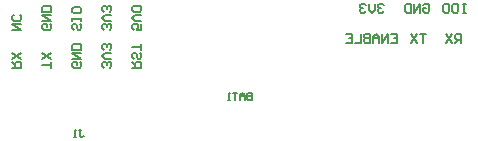
<source format=gbr>
%TF.GenerationSoftware,Altium Limited,Altium Designer,20.1.8 (145)*%
G04 Layer_Color=65535*
%FSLAX45Y45*%
%MOMM*%
%TF.SameCoordinates,4FE69ECD-ABF1-445D-A2E8-605A74DE355E*%
%TF.FilePolarity,Positive*%
%TF.FileFunction,Legend,Bot*%
%TF.Part,Single*%
G01*
G75*
%TA.AperFunction,NonConductor*%
%ADD38C,0.15240*%
%ADD39C,0.12700*%
D38*
X4047947Y952131D02*
X3997163D01*
X4022555D01*
Y875956D01*
X3971772Y952131D02*
X3920988Y875956D01*
Y952131D02*
X3971772Y875956D01*
X3690226Y1193335D02*
X3677530Y1206031D01*
X3652138D01*
X3639443Y1193335D01*
Y1180639D01*
X3652138Y1167944D01*
X3664834D01*
X3652138D01*
X3639443Y1155248D01*
Y1142552D01*
X3652138Y1129856D01*
X3677530D01*
X3690226Y1142552D01*
X3614051Y1206031D02*
Y1155248D01*
X3588659Y1129856D01*
X3563267Y1155248D01*
Y1206031D01*
X3537875Y1193335D02*
X3525179Y1206031D01*
X3499788D01*
X3487092Y1193335D01*
Y1180639D01*
X3499788Y1167944D01*
X3512483D01*
X3499788D01*
X3487092Y1155248D01*
Y1142552D01*
X3499788Y1129856D01*
X3525179D01*
X3537875Y1142552D01*
X4383878Y1206031D02*
X4358486D01*
X4371182D01*
Y1129856D01*
X4383878D01*
X4358486D01*
X4282311Y1206031D02*
X4307703D01*
X4320399Y1193335D01*
Y1142552D01*
X4307703Y1129856D01*
X4282311D01*
X4269615Y1142552D01*
Y1193335D01*
X4282311Y1206031D01*
X4244223Y1193335D02*
X4231527Y1206031D01*
X4206135D01*
X4193440Y1193335D01*
Y1142552D01*
X4206135Y1129856D01*
X4231527D01*
X4244223Y1142552D01*
Y1193335D01*
X3749514Y952131D02*
X3800298D01*
Y875956D01*
X3749514D01*
X3800298Y914043D02*
X3774906D01*
X3724122Y875956D02*
Y952131D01*
X3673339Y875956D01*
Y952131D01*
X3647947Y875956D02*
Y926739D01*
X3622555Y952131D01*
X3597163Y926739D01*
Y875956D01*
Y914043D01*
X3647947D01*
X3571772Y952131D02*
Y875956D01*
X3533684D01*
X3520988Y888652D01*
Y901347D01*
X3533684Y914043D01*
X3571772D01*
X3533684D01*
X3520988Y926739D01*
Y939435D01*
X3533684Y952131D01*
X3571772D01*
X3495596D02*
Y875956D01*
X3444813D01*
X3368637Y952131D02*
X3419421D01*
Y875956D01*
X3368637D01*
X3419421Y914043D02*
X3394029D01*
X4347947Y875956D02*
Y952131D01*
X4309859D01*
X4297163Y939435D01*
Y914043D01*
X4309859Y901347D01*
X4347947D01*
X4322555D02*
X4297163Y875956D01*
X4271771Y952131D02*
X4220988Y875956D01*
Y952131D02*
X4271771Y875956D01*
X4022636Y1193335D02*
X4035331Y1206031D01*
X4060723D01*
X4073419Y1193335D01*
Y1142552D01*
X4060723Y1129856D01*
X4035331D01*
X4022636Y1142552D01*
Y1167944D01*
X4048027D01*
X3997244Y1129856D02*
Y1206031D01*
X3946460Y1129856D01*
Y1206031D01*
X3921068D02*
Y1129856D01*
X3882981D01*
X3870285Y1142552D01*
Y1193335D01*
X3882981Y1206031D01*
X3921068D01*
X545888Y989100D02*
X622063D01*
X545888Y1039884D01*
X622063D01*
X609367Y1116059D02*
X622063Y1103364D01*
Y1077972D01*
X609367Y1065276D01*
X558584D01*
X545888Y1077972D01*
Y1103364D01*
X558584Y1116059D01*
X863367Y1039884D02*
X876063Y1027188D01*
Y1001796D01*
X863367Y989100D01*
X812584D01*
X799888Y1001796D01*
Y1027188D01*
X812584Y1039884D01*
X837975D01*
Y1014492D01*
X799888Y1065276D02*
X876063D01*
X799888Y1116059D01*
X876063D01*
Y1141451D02*
X799888D01*
Y1179539D01*
X812584Y1192235D01*
X863367D01*
X876063Y1179539D01*
Y1141451D01*
X1115146Y1039884D02*
X1127842Y1027188D01*
Y1001796D01*
X1115146Y989100D01*
X1102450D01*
X1089754Y1001796D01*
Y1027188D01*
X1077058Y1039884D01*
X1064362D01*
X1051666Y1027188D01*
Y1001796D01*
X1064362Y989100D01*
X1127842Y1065276D02*
Y1090668D01*
Y1077972D01*
X1051666D01*
Y1065276D01*
Y1090668D01*
X1127842Y1166843D02*
Y1141451D01*
X1115146Y1128755D01*
X1064362D01*
X1051666Y1141451D01*
Y1166843D01*
X1064362Y1179539D01*
X1115146D01*
X1127842Y1166843D01*
X1371367Y989100D02*
X1384063Y1001796D01*
Y1027188D01*
X1371367Y1039884D01*
X1358671D01*
X1345975Y1027188D01*
Y1014492D01*
Y1027188D01*
X1333280Y1039884D01*
X1320584D01*
X1307888Y1027188D01*
Y1001796D01*
X1320584Y989100D01*
X1384063Y1065276D02*
X1333280D01*
X1307888Y1090668D01*
X1333280Y1116059D01*
X1384063D01*
X1371367Y1141451D02*
X1384063Y1154147D01*
Y1179539D01*
X1371367Y1192235D01*
X1358671D01*
X1345975Y1179539D01*
Y1166843D01*
Y1179539D01*
X1333280Y1192235D01*
X1320584D01*
X1307888Y1179539D01*
Y1154147D01*
X1320584Y1141451D01*
X1638063Y1039884D02*
Y989100D01*
X1599975D01*
X1612671Y1014492D01*
Y1027188D01*
X1599975Y1039884D01*
X1574584D01*
X1561888Y1027188D01*
Y1001796D01*
X1574584Y989100D01*
X1638063Y1065276D02*
X1587280D01*
X1561888Y1090668D01*
X1587280Y1116059D01*
X1638063D01*
X1625367Y1141451D02*
X1638063Y1154147D01*
Y1179539D01*
X1625367Y1192235D01*
X1574584D01*
X1561888Y1179539D01*
Y1154147D01*
X1574584Y1141451D01*
X1625367D01*
X1561078Y666985D02*
X1637253D01*
Y705073D01*
X1624557Y717769D01*
X1599166D01*
X1586470Y705073D01*
Y666985D01*
Y692377D02*
X1561078Y717769D01*
X1624557Y793944D02*
X1637253Y781249D01*
Y755857D01*
X1624557Y743161D01*
X1611861D01*
X1599166Y755857D01*
Y781249D01*
X1586470Y793944D01*
X1573774D01*
X1561078Y781249D01*
Y755857D01*
X1573774Y743161D01*
X1637253Y819336D02*
Y870120D01*
Y844728D01*
X1561078D01*
X1370557Y666985D02*
X1383253Y679681D01*
Y705073D01*
X1370557Y717769D01*
X1357861D01*
X1345166Y705073D01*
Y692377D01*
Y705073D01*
X1332470Y717769D01*
X1319774D01*
X1307078Y705073D01*
Y679681D01*
X1319774Y666985D01*
X1383253Y743161D02*
X1332470D01*
X1307078Y768553D01*
X1332470Y793944D01*
X1383253D01*
X1370557Y819336D02*
X1383253Y832032D01*
Y857424D01*
X1370557Y870120D01*
X1357861D01*
X1345166Y857424D01*
Y844728D01*
Y857424D01*
X1332470Y870120D01*
X1319774D01*
X1307078Y857424D01*
Y832032D01*
X1319774Y819336D01*
X1116557Y717769D02*
X1129253Y705073D01*
Y679681D01*
X1116557Y666985D01*
X1065774D01*
X1053078Y679681D01*
Y705073D01*
X1065774Y717769D01*
X1091166D01*
Y692377D01*
X1053078Y743161D02*
X1129253D01*
X1053078Y793944D01*
X1129253D01*
Y819336D02*
X1053078D01*
Y857424D01*
X1065774Y870120D01*
X1116557D01*
X1129253Y857424D01*
Y819336D01*
X875253Y666985D02*
Y717769D01*
Y692377D01*
X799078D01*
X875253Y743161D02*
X799078Y793944D01*
X875253D02*
X799078Y743161D01*
X545078Y666985D02*
X621253D01*
Y705073D01*
X608557Y717769D01*
X583166D01*
X570470Y705073D01*
Y666985D01*
Y692377D02*
X545078Y717769D01*
X621253Y743161D02*
X545078Y793944D01*
X621253D02*
X545078Y743161D01*
D39*
X1108204Y141357D02*
X1128518D01*
X1118361D01*
Y90573D01*
X1128518Y80416D01*
X1138674D01*
X1148831Y90573D01*
X1087891Y80416D02*
X1067577D01*
X1077734D01*
Y141357D01*
X1087891Y131200D01*
X2572488Y455320D02*
Y394380D01*
X2542018D01*
X2531861Y404537D01*
Y414694D01*
X2542018Y424850D01*
X2572488D01*
X2542018D01*
X2531861Y435007D01*
Y445164D01*
X2542018Y455320D01*
X2572488D01*
X2511548Y394380D02*
Y435007D01*
X2491234Y455320D01*
X2470921Y435007D01*
Y394380D01*
Y424850D01*
X2511548D01*
X2450607Y455320D02*
X2409981D01*
X2430294D01*
Y394380D01*
X2389667D02*
X2369354D01*
X2379511D01*
Y455320D01*
X2389667Y445164D01*
%TF.MD5,6dddc0b8eed2afe363da543ef07a1afc*%
M02*

</source>
